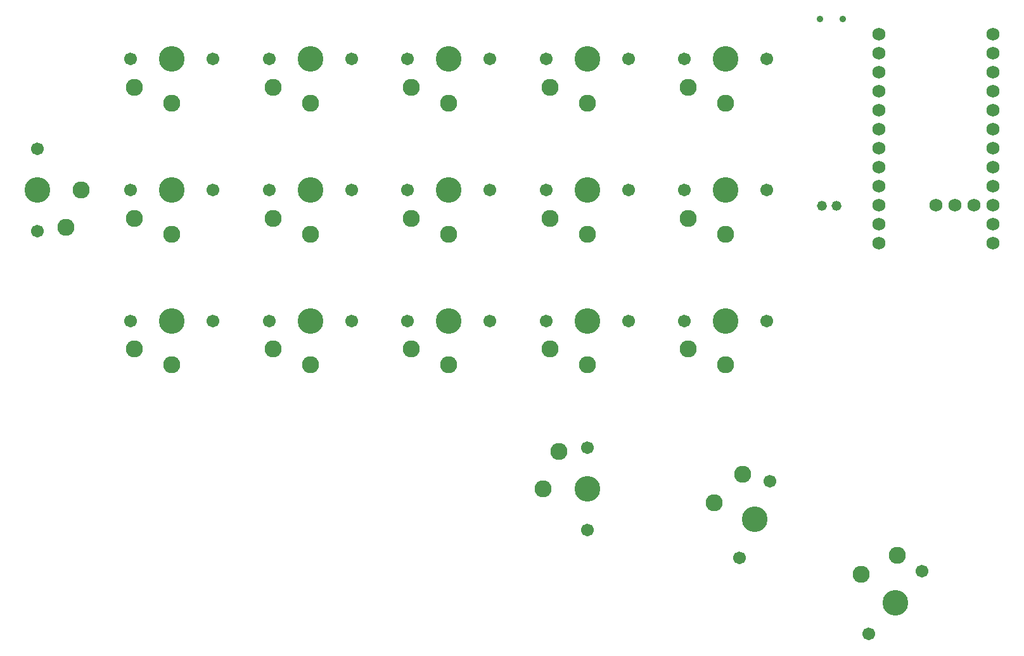
<source format=gbr>
%TF.GenerationSoftware,KiCad,Pcbnew,(6.0.7-1)-1*%
%TF.CreationDate,2022-10-16T21:29:02-07:00*%
%TF.ProjectId,karn-left,6b61726e-2d6c-4656-9674-2e6b69636164,rev?*%
%TF.SameCoordinates,Original*%
%TF.FileFunction,Soldermask,Bot*%
%TF.FilePolarity,Negative*%
%FSLAX46Y46*%
G04 Gerber Fmt 4.6, Leading zero omitted, Abs format (unit mm)*
G04 Created by KiCad (PCBNEW (6.0.7-1)-1) date 2022-10-16 21:29:02*
%MOMM*%
%LPD*%
G01*
G04 APERTURE LIST*
%ADD10C,1.320800*%
%ADD11C,1.701800*%
%ADD12C,3.429000*%
%ADD13C,2.282000*%
%ADD14C,1.752600*%
%ADD15C,0.900000*%
G04 APERTURE END LIST*
D10*
%TO.C,JST1*%
X162799999Y-59639206D03*
X164800001Y-59639206D03*
%TD*%
D11*
%TO.C,SW24*%
X89000000Y-57500000D03*
X100000000Y-57500000D03*
D12*
X94500000Y-57500000D03*
D13*
X94500000Y-63400000D03*
X89500000Y-61300000D03*
%TD*%
D11*
%TO.C,SW22*%
X137000000Y-57500000D03*
D12*
X131500000Y-57500000D03*
D11*
X126000000Y-57500000D03*
D13*
X131500000Y-63400000D03*
X126500000Y-61300000D03*
%TD*%
D12*
%TO.C,SW43*%
X131500000Y-97500000D03*
D11*
X131500000Y-103000000D03*
X131500000Y-92000000D03*
D13*
X125600000Y-97500000D03*
X127700000Y-92500000D03*
%TD*%
D12*
%TO.C,SW12*%
X131500000Y-40000000D03*
D11*
X126000000Y-40000000D03*
X137000000Y-40000000D03*
D13*
X131500000Y-45900000D03*
X126500000Y-43800000D03*
%TD*%
D12*
%TO.C,SW13*%
X113000000Y-40000000D03*
D11*
X107500000Y-40000000D03*
X118500000Y-40000000D03*
D13*
X113000000Y-45900000D03*
X108000000Y-43800000D03*
%TD*%
D11*
%TO.C,SW26*%
X58000256Y-63000000D03*
D12*
X58000256Y-57500000D03*
D11*
X58000256Y-52000000D03*
D13*
X63900256Y-57500000D03*
X61800256Y-62500000D03*
%TD*%
D14*
%TO.C,U1*%
X185720000Y-36716750D03*
X185720000Y-39256750D03*
X185720000Y-41796750D03*
X185720000Y-44336750D03*
X185720000Y-46876750D03*
X185720000Y-49416750D03*
X185720000Y-51956750D03*
X185720000Y-54496750D03*
X185720000Y-57036750D03*
X185720000Y-59576750D03*
X185720000Y-62116750D03*
X185720000Y-64656750D03*
X170480000Y-64656750D03*
X170480000Y-62116750D03*
X170480000Y-59576750D03*
X170480000Y-57036750D03*
X170480000Y-54496750D03*
X170480000Y-51956750D03*
X170480000Y-49416750D03*
X170480000Y-46876750D03*
X170480000Y-44336750D03*
X170480000Y-41796750D03*
X170480000Y-39256750D03*
X170480000Y-36716750D03*
X183180000Y-59576750D03*
X180640000Y-59576750D03*
X178100000Y-59576750D03*
%TD*%
D11*
%TO.C,SW21*%
X144500000Y-57500000D03*
X155500000Y-57500000D03*
D12*
X150000000Y-57500000D03*
D13*
X150000000Y-63400000D03*
X145000000Y-61300000D03*
%TD*%
D11*
%TO.C,SW34*%
X89000000Y-75000000D03*
X100000000Y-75000000D03*
D12*
X94500000Y-75000000D03*
D13*
X94500000Y-80900000D03*
X89500000Y-78800000D03*
%TD*%
D12*
%TO.C,SW31*%
X150000000Y-75000000D03*
D11*
X155500000Y-75000000D03*
X144500000Y-75000000D03*
D13*
X150000000Y-80900000D03*
X145000000Y-78800000D03*
%TD*%
D11*
%TO.C,SW25*%
X70500000Y-57500000D03*
D12*
X76000000Y-57500000D03*
D11*
X81500000Y-57500000D03*
D13*
X76000000Y-63400000D03*
X71000000Y-61300000D03*
%TD*%
D11*
%TO.C,SW42*%
X155939347Y-96459638D03*
D12*
X153879011Y-101559149D03*
D11*
X151818675Y-106658660D03*
D13*
X148408626Y-99348970D03*
X152228745Y-95499725D03*
%TD*%
D11*
%TO.C,SW41*%
X169109402Y-116884645D03*
X176180066Y-108458157D03*
D12*
X172644734Y-112671401D03*
D13*
X168125072Y-108878954D03*
X172947703Y-106398586D03*
%TD*%
D11*
%TO.C,SW23*%
X107500000Y-57500000D03*
D12*
X113000000Y-57500000D03*
D11*
X118500000Y-57500000D03*
D13*
X113000000Y-63400000D03*
X108000000Y-61300000D03*
%TD*%
D11*
%TO.C,SW14*%
X89000000Y-40000000D03*
D12*
X94500000Y-40000000D03*
D11*
X100000000Y-40000000D03*
D13*
X94500000Y-45900000D03*
X89500000Y-43800000D03*
%TD*%
D11*
%TO.C,SW33*%
X107500000Y-75000000D03*
X118500000Y-75000000D03*
D12*
X113000000Y-75000000D03*
D13*
X113000000Y-80900000D03*
X108000000Y-78800000D03*
%TD*%
D11*
%TO.C,SW35*%
X81500000Y-75000000D03*
X70500000Y-75000000D03*
D12*
X76000000Y-75000000D03*
D13*
X76000000Y-80900000D03*
X71000000Y-78800000D03*
%TD*%
D12*
%TO.C,SW32*%
X131500000Y-75000000D03*
D11*
X137000000Y-75000000D03*
X126000000Y-75000000D03*
D13*
X131500000Y-80900000D03*
X126500000Y-78800000D03*
%TD*%
D15*
%TO.C,SW_POWER1*%
X162600000Y-34670000D03*
X165600000Y-34670000D03*
%TD*%
D12*
%TO.C,SW15*%
X76000000Y-40000000D03*
D11*
X70500000Y-40000000D03*
X81500000Y-40000000D03*
D13*
X76000000Y-45900000D03*
X71000000Y-43800000D03*
%TD*%
D11*
%TO.C,SW11*%
X144500000Y-40000000D03*
X155500000Y-40000000D03*
D12*
X150000000Y-40000000D03*
D13*
X150000000Y-45900000D03*
X145000000Y-43800000D03*
%TD*%
M02*

</source>
